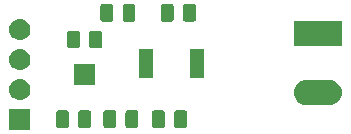
<source format=gbr>
G04 #@! TF.GenerationSoftware,KiCad,Pcbnew,5.1.2*
G04 #@! TF.CreationDate,2019-06-26T09:28:03-05:00*
G04 #@! TF.ProjectId,LN4890,4c4e3438-3930-42e6-9b69-6361645f7063,rev?*
G04 #@! TF.SameCoordinates,Original*
G04 #@! TF.FileFunction,Soldermask,Top*
G04 #@! TF.FilePolarity,Negative*
%FSLAX46Y46*%
G04 Gerber Fmt 4.6, Leading zero omitted, Abs format (unit mm)*
G04 Created by KiCad (PCBNEW 5.1.2) date 2019-06-26 09:28:03*
%MOMM*%
%LPD*%
G04 APERTURE LIST*
%ADD10C,0.100000*%
G04 APERTURE END LIST*
D10*
G36*
X131901000Y-90441000D02*
G01*
X130099000Y-90441000D01*
X130099000Y-88639000D01*
X131901000Y-88639000D01*
X131901000Y-90441000D01*
X131901000Y-90441000D01*
G37*
G36*
X144996968Y-88753565D02*
G01*
X145035638Y-88765296D01*
X145071277Y-88784346D01*
X145102517Y-88809983D01*
X145128154Y-88841223D01*
X145147204Y-88876862D01*
X145158935Y-88915532D01*
X145163500Y-88961888D01*
X145163500Y-90038112D01*
X145158935Y-90084468D01*
X145147204Y-90123138D01*
X145128154Y-90158777D01*
X145102517Y-90190017D01*
X145071277Y-90215654D01*
X145035638Y-90234704D01*
X144996968Y-90246435D01*
X144950612Y-90251000D01*
X144299388Y-90251000D01*
X144253032Y-90246435D01*
X144214362Y-90234704D01*
X144178723Y-90215654D01*
X144147483Y-90190017D01*
X144121846Y-90158777D01*
X144102796Y-90123138D01*
X144091065Y-90084468D01*
X144086500Y-90038112D01*
X144086500Y-88961888D01*
X144091065Y-88915532D01*
X144102796Y-88876862D01*
X144121846Y-88841223D01*
X144147483Y-88809983D01*
X144178723Y-88784346D01*
X144214362Y-88765296D01*
X144253032Y-88753565D01*
X144299388Y-88749000D01*
X144950612Y-88749000D01*
X144996968Y-88753565D01*
X144996968Y-88753565D01*
G37*
G36*
X143121968Y-88753565D02*
G01*
X143160638Y-88765296D01*
X143196277Y-88784346D01*
X143227517Y-88809983D01*
X143253154Y-88841223D01*
X143272204Y-88876862D01*
X143283935Y-88915532D01*
X143288500Y-88961888D01*
X143288500Y-90038112D01*
X143283935Y-90084468D01*
X143272204Y-90123138D01*
X143253154Y-90158777D01*
X143227517Y-90190017D01*
X143196277Y-90215654D01*
X143160638Y-90234704D01*
X143121968Y-90246435D01*
X143075612Y-90251000D01*
X142424388Y-90251000D01*
X142378032Y-90246435D01*
X142339362Y-90234704D01*
X142303723Y-90215654D01*
X142272483Y-90190017D01*
X142246846Y-90158777D01*
X142227796Y-90123138D01*
X142216065Y-90084468D01*
X142211500Y-90038112D01*
X142211500Y-88961888D01*
X142216065Y-88915532D01*
X142227796Y-88876862D01*
X142246846Y-88841223D01*
X142272483Y-88809983D01*
X142303723Y-88784346D01*
X142339362Y-88765296D01*
X142378032Y-88753565D01*
X142424388Y-88749000D01*
X143075612Y-88749000D01*
X143121968Y-88753565D01*
X143121968Y-88753565D01*
G37*
G36*
X138996968Y-88753565D02*
G01*
X139035638Y-88765296D01*
X139071277Y-88784346D01*
X139102517Y-88809983D01*
X139128154Y-88841223D01*
X139147204Y-88876862D01*
X139158935Y-88915532D01*
X139163500Y-88961888D01*
X139163500Y-90038112D01*
X139158935Y-90084468D01*
X139147204Y-90123138D01*
X139128154Y-90158777D01*
X139102517Y-90190017D01*
X139071277Y-90215654D01*
X139035638Y-90234704D01*
X138996968Y-90246435D01*
X138950612Y-90251000D01*
X138299388Y-90251000D01*
X138253032Y-90246435D01*
X138214362Y-90234704D01*
X138178723Y-90215654D01*
X138147483Y-90190017D01*
X138121846Y-90158777D01*
X138102796Y-90123138D01*
X138091065Y-90084468D01*
X138086500Y-90038112D01*
X138086500Y-88961888D01*
X138091065Y-88915532D01*
X138102796Y-88876862D01*
X138121846Y-88841223D01*
X138147483Y-88809983D01*
X138178723Y-88784346D01*
X138214362Y-88765296D01*
X138253032Y-88753565D01*
X138299388Y-88749000D01*
X138950612Y-88749000D01*
X138996968Y-88753565D01*
X138996968Y-88753565D01*
G37*
G36*
X140871968Y-88753565D02*
G01*
X140910638Y-88765296D01*
X140946277Y-88784346D01*
X140977517Y-88809983D01*
X141003154Y-88841223D01*
X141022204Y-88876862D01*
X141033935Y-88915532D01*
X141038500Y-88961888D01*
X141038500Y-90038112D01*
X141033935Y-90084468D01*
X141022204Y-90123138D01*
X141003154Y-90158777D01*
X140977517Y-90190017D01*
X140946277Y-90215654D01*
X140910638Y-90234704D01*
X140871968Y-90246435D01*
X140825612Y-90251000D01*
X140174388Y-90251000D01*
X140128032Y-90246435D01*
X140089362Y-90234704D01*
X140053723Y-90215654D01*
X140022483Y-90190017D01*
X139996846Y-90158777D01*
X139977796Y-90123138D01*
X139966065Y-90084468D01*
X139961500Y-90038112D01*
X139961500Y-88961888D01*
X139966065Y-88915532D01*
X139977796Y-88876862D01*
X139996846Y-88841223D01*
X140022483Y-88809983D01*
X140053723Y-88784346D01*
X140089362Y-88765296D01*
X140128032Y-88753565D01*
X140174388Y-88749000D01*
X140825612Y-88749000D01*
X140871968Y-88753565D01*
X140871968Y-88753565D01*
G37*
G36*
X134996968Y-88753565D02*
G01*
X135035638Y-88765296D01*
X135071277Y-88784346D01*
X135102517Y-88809983D01*
X135128154Y-88841223D01*
X135147204Y-88876862D01*
X135158935Y-88915532D01*
X135163500Y-88961888D01*
X135163500Y-90038112D01*
X135158935Y-90084468D01*
X135147204Y-90123138D01*
X135128154Y-90158777D01*
X135102517Y-90190017D01*
X135071277Y-90215654D01*
X135035638Y-90234704D01*
X134996968Y-90246435D01*
X134950612Y-90251000D01*
X134299388Y-90251000D01*
X134253032Y-90246435D01*
X134214362Y-90234704D01*
X134178723Y-90215654D01*
X134147483Y-90190017D01*
X134121846Y-90158777D01*
X134102796Y-90123138D01*
X134091065Y-90084468D01*
X134086500Y-90038112D01*
X134086500Y-88961888D01*
X134091065Y-88915532D01*
X134102796Y-88876862D01*
X134121846Y-88841223D01*
X134147483Y-88809983D01*
X134178723Y-88784346D01*
X134214362Y-88765296D01*
X134253032Y-88753565D01*
X134299388Y-88749000D01*
X134950612Y-88749000D01*
X134996968Y-88753565D01*
X134996968Y-88753565D01*
G37*
G36*
X136871968Y-88753565D02*
G01*
X136910638Y-88765296D01*
X136946277Y-88784346D01*
X136977517Y-88809983D01*
X137003154Y-88841223D01*
X137022204Y-88876862D01*
X137033935Y-88915532D01*
X137038500Y-88961888D01*
X137038500Y-90038112D01*
X137033935Y-90084468D01*
X137022204Y-90123138D01*
X137003154Y-90158777D01*
X136977517Y-90190017D01*
X136946277Y-90215654D01*
X136910638Y-90234704D01*
X136871968Y-90246435D01*
X136825612Y-90251000D01*
X136174388Y-90251000D01*
X136128032Y-90246435D01*
X136089362Y-90234704D01*
X136053723Y-90215654D01*
X136022483Y-90190017D01*
X135996846Y-90158777D01*
X135977796Y-90123138D01*
X135966065Y-90084468D01*
X135961500Y-90038112D01*
X135961500Y-88961888D01*
X135966065Y-88915532D01*
X135977796Y-88876862D01*
X135996846Y-88841223D01*
X136022483Y-88809983D01*
X136053723Y-88784346D01*
X136089362Y-88765296D01*
X136128032Y-88753565D01*
X136174388Y-88749000D01*
X136825612Y-88749000D01*
X136871968Y-88753565D01*
X136871968Y-88753565D01*
G37*
G36*
X157342112Y-86214021D02*
G01*
X157444072Y-86224063D01*
X157640301Y-86283589D01*
X157640303Y-86283590D01*
X157821145Y-86380252D01*
X157979660Y-86510340D01*
X158109748Y-86668855D01*
X158206410Y-86849697D01*
X158206411Y-86849699D01*
X158265937Y-87045928D01*
X158286036Y-87250000D01*
X158265937Y-87454072D01*
X158209479Y-87640186D01*
X158206410Y-87650303D01*
X158109748Y-87831145D01*
X157979660Y-87989660D01*
X157821145Y-88119748D01*
X157640303Y-88216410D01*
X157640301Y-88216411D01*
X157444072Y-88275937D01*
X157342112Y-88285979D01*
X157291133Y-88291000D01*
X155208867Y-88291000D01*
X155157888Y-88285979D01*
X155055928Y-88275937D01*
X154859699Y-88216411D01*
X154859697Y-88216410D01*
X154678855Y-88119748D01*
X154520340Y-87989660D01*
X154390252Y-87831145D01*
X154293590Y-87650303D01*
X154290521Y-87640186D01*
X154234063Y-87454072D01*
X154213964Y-87250000D01*
X154234063Y-87045928D01*
X154293589Y-86849699D01*
X154293590Y-86849697D01*
X154390252Y-86668855D01*
X154520340Y-86510340D01*
X154678855Y-86380252D01*
X154859697Y-86283590D01*
X154859699Y-86283589D01*
X155055928Y-86224063D01*
X155157888Y-86214021D01*
X155208867Y-86209000D01*
X157291133Y-86209000D01*
X157342112Y-86214021D01*
X157342112Y-86214021D01*
G37*
G36*
X131110442Y-86105518D02*
G01*
X131176627Y-86112037D01*
X131346466Y-86163557D01*
X131502991Y-86247222D01*
X131538729Y-86276552D01*
X131640186Y-86359814D01*
X131723448Y-86461271D01*
X131752778Y-86497009D01*
X131836443Y-86653534D01*
X131887963Y-86823373D01*
X131905359Y-87000000D01*
X131887963Y-87176627D01*
X131836443Y-87346466D01*
X131752778Y-87502991D01*
X131723448Y-87538729D01*
X131640186Y-87640186D01*
X131538729Y-87723448D01*
X131502991Y-87752778D01*
X131346466Y-87836443D01*
X131176627Y-87887963D01*
X131110443Y-87894481D01*
X131044260Y-87901000D01*
X130955740Y-87901000D01*
X130889557Y-87894481D01*
X130823373Y-87887963D01*
X130653534Y-87836443D01*
X130497009Y-87752778D01*
X130461271Y-87723448D01*
X130359814Y-87640186D01*
X130276552Y-87538729D01*
X130247222Y-87502991D01*
X130163557Y-87346466D01*
X130112037Y-87176627D01*
X130094641Y-87000000D01*
X130112037Y-86823373D01*
X130163557Y-86653534D01*
X130247222Y-86497009D01*
X130276552Y-86461271D01*
X130359814Y-86359814D01*
X130461271Y-86276552D01*
X130497009Y-86247222D01*
X130653534Y-86163557D01*
X130823373Y-86112037D01*
X130889558Y-86105518D01*
X130955740Y-86099000D01*
X131044260Y-86099000D01*
X131110442Y-86105518D01*
X131110442Y-86105518D01*
G37*
G36*
X137401000Y-86651000D02*
G01*
X135599000Y-86651000D01*
X135599000Y-84849000D01*
X137401000Y-84849000D01*
X137401000Y-86651000D01*
X137401000Y-86651000D01*
G37*
G36*
X146616001Y-86051001D02*
G01*
X145414001Y-86051001D01*
X145414001Y-83599001D01*
X146616001Y-83599001D01*
X146616001Y-86051001D01*
X146616001Y-86051001D01*
G37*
G36*
X142316001Y-86051001D02*
G01*
X141114001Y-86051001D01*
X141114001Y-83599001D01*
X142316001Y-83599001D01*
X142316001Y-86051001D01*
X142316001Y-86051001D01*
G37*
G36*
X131110442Y-83565518D02*
G01*
X131176627Y-83572037D01*
X131346466Y-83623557D01*
X131502991Y-83707222D01*
X131538729Y-83736552D01*
X131640186Y-83819814D01*
X131723448Y-83921271D01*
X131752778Y-83957009D01*
X131836443Y-84113534D01*
X131887963Y-84283373D01*
X131905359Y-84460000D01*
X131887963Y-84636627D01*
X131836443Y-84806466D01*
X131752778Y-84962991D01*
X131723448Y-84998729D01*
X131640186Y-85100186D01*
X131538729Y-85183448D01*
X131502991Y-85212778D01*
X131346466Y-85296443D01*
X131176627Y-85347963D01*
X131110442Y-85354482D01*
X131044260Y-85361000D01*
X130955740Y-85361000D01*
X130889558Y-85354482D01*
X130823373Y-85347963D01*
X130653534Y-85296443D01*
X130497009Y-85212778D01*
X130461271Y-85183448D01*
X130359814Y-85100186D01*
X130276552Y-84998729D01*
X130247222Y-84962991D01*
X130163557Y-84806466D01*
X130112037Y-84636627D01*
X130094641Y-84460000D01*
X130112037Y-84283373D01*
X130163557Y-84113534D01*
X130247222Y-83957009D01*
X130276552Y-83921271D01*
X130359814Y-83819814D01*
X130461271Y-83736552D01*
X130497009Y-83707222D01*
X130653534Y-83623557D01*
X130823373Y-83572037D01*
X130889558Y-83565518D01*
X130955740Y-83559000D01*
X131044260Y-83559000D01*
X131110442Y-83565518D01*
X131110442Y-83565518D01*
G37*
G36*
X135934468Y-82003565D02*
G01*
X135973138Y-82015296D01*
X136008777Y-82034346D01*
X136040017Y-82059983D01*
X136065654Y-82091223D01*
X136084704Y-82126862D01*
X136096435Y-82165532D01*
X136101000Y-82211888D01*
X136101000Y-83288112D01*
X136096435Y-83334468D01*
X136084704Y-83373138D01*
X136065654Y-83408777D01*
X136040017Y-83440017D01*
X136008777Y-83465654D01*
X135973138Y-83484704D01*
X135934468Y-83496435D01*
X135888112Y-83501000D01*
X135236888Y-83501000D01*
X135190532Y-83496435D01*
X135151862Y-83484704D01*
X135116223Y-83465654D01*
X135084983Y-83440017D01*
X135059346Y-83408777D01*
X135040296Y-83373138D01*
X135028565Y-83334468D01*
X135024000Y-83288112D01*
X135024000Y-82211888D01*
X135028565Y-82165532D01*
X135040296Y-82126862D01*
X135059346Y-82091223D01*
X135084983Y-82059983D01*
X135116223Y-82034346D01*
X135151862Y-82015296D01*
X135190532Y-82003565D01*
X135236888Y-81999000D01*
X135888112Y-81999000D01*
X135934468Y-82003565D01*
X135934468Y-82003565D01*
G37*
G36*
X137809468Y-82003565D02*
G01*
X137848138Y-82015296D01*
X137883777Y-82034346D01*
X137915017Y-82059983D01*
X137940654Y-82091223D01*
X137959704Y-82126862D01*
X137971435Y-82165532D01*
X137976000Y-82211888D01*
X137976000Y-83288112D01*
X137971435Y-83334468D01*
X137959704Y-83373138D01*
X137940654Y-83408777D01*
X137915017Y-83440017D01*
X137883777Y-83465654D01*
X137848138Y-83484704D01*
X137809468Y-83496435D01*
X137763112Y-83501000D01*
X137111888Y-83501000D01*
X137065532Y-83496435D01*
X137026862Y-83484704D01*
X136991223Y-83465654D01*
X136959983Y-83440017D01*
X136934346Y-83408777D01*
X136915296Y-83373138D01*
X136903565Y-83334468D01*
X136899000Y-83288112D01*
X136899000Y-82211888D01*
X136903565Y-82165532D01*
X136915296Y-82126862D01*
X136934346Y-82091223D01*
X136959983Y-82059983D01*
X136991223Y-82034346D01*
X137026862Y-82015296D01*
X137065532Y-82003565D01*
X137111888Y-81999000D01*
X137763112Y-81999000D01*
X137809468Y-82003565D01*
X137809468Y-82003565D01*
G37*
G36*
X158281000Y-83291000D02*
G01*
X154219000Y-83291000D01*
X154219000Y-81209000D01*
X158281000Y-81209000D01*
X158281000Y-83291000D01*
X158281000Y-83291000D01*
G37*
G36*
X131110443Y-81025519D02*
G01*
X131176627Y-81032037D01*
X131346466Y-81083557D01*
X131502991Y-81167222D01*
X131538729Y-81196552D01*
X131640186Y-81279814D01*
X131723448Y-81381271D01*
X131752778Y-81417009D01*
X131836443Y-81573534D01*
X131887963Y-81743373D01*
X131905359Y-81920000D01*
X131887963Y-82096627D01*
X131836443Y-82266466D01*
X131752778Y-82422991D01*
X131723448Y-82458729D01*
X131640186Y-82560186D01*
X131538729Y-82643448D01*
X131502991Y-82672778D01*
X131346466Y-82756443D01*
X131176627Y-82807963D01*
X131110443Y-82814481D01*
X131044260Y-82821000D01*
X130955740Y-82821000D01*
X130889557Y-82814481D01*
X130823373Y-82807963D01*
X130653534Y-82756443D01*
X130497009Y-82672778D01*
X130461271Y-82643448D01*
X130359814Y-82560186D01*
X130276552Y-82458729D01*
X130247222Y-82422991D01*
X130163557Y-82266466D01*
X130112037Y-82096627D01*
X130094641Y-81920000D01*
X130112037Y-81743373D01*
X130163557Y-81573534D01*
X130247222Y-81417009D01*
X130276552Y-81381271D01*
X130359814Y-81279814D01*
X130461271Y-81196552D01*
X130497009Y-81167222D01*
X130653534Y-81083557D01*
X130823373Y-81032037D01*
X130889557Y-81025519D01*
X130955740Y-81019000D01*
X131044260Y-81019000D01*
X131110443Y-81025519D01*
X131110443Y-81025519D01*
G37*
G36*
X140621968Y-79753565D02*
G01*
X140660638Y-79765296D01*
X140696277Y-79784346D01*
X140727517Y-79809983D01*
X140753154Y-79841223D01*
X140772204Y-79876862D01*
X140783935Y-79915532D01*
X140788500Y-79961888D01*
X140788500Y-81038112D01*
X140783935Y-81084468D01*
X140772204Y-81123138D01*
X140753154Y-81158777D01*
X140727517Y-81190017D01*
X140696277Y-81215654D01*
X140660638Y-81234704D01*
X140621968Y-81246435D01*
X140575612Y-81251000D01*
X139924388Y-81251000D01*
X139878032Y-81246435D01*
X139839362Y-81234704D01*
X139803723Y-81215654D01*
X139772483Y-81190017D01*
X139746846Y-81158777D01*
X139727796Y-81123138D01*
X139716065Y-81084468D01*
X139711500Y-81038112D01*
X139711500Y-79961888D01*
X139716065Y-79915532D01*
X139727796Y-79876862D01*
X139746846Y-79841223D01*
X139772483Y-79809983D01*
X139803723Y-79784346D01*
X139839362Y-79765296D01*
X139878032Y-79753565D01*
X139924388Y-79749000D01*
X140575612Y-79749000D01*
X140621968Y-79753565D01*
X140621968Y-79753565D01*
G37*
G36*
X138746968Y-79753565D02*
G01*
X138785638Y-79765296D01*
X138821277Y-79784346D01*
X138852517Y-79809983D01*
X138878154Y-79841223D01*
X138897204Y-79876862D01*
X138908935Y-79915532D01*
X138913500Y-79961888D01*
X138913500Y-81038112D01*
X138908935Y-81084468D01*
X138897204Y-81123138D01*
X138878154Y-81158777D01*
X138852517Y-81190017D01*
X138821277Y-81215654D01*
X138785638Y-81234704D01*
X138746968Y-81246435D01*
X138700612Y-81251000D01*
X138049388Y-81251000D01*
X138003032Y-81246435D01*
X137964362Y-81234704D01*
X137928723Y-81215654D01*
X137897483Y-81190017D01*
X137871846Y-81158777D01*
X137852796Y-81123138D01*
X137841065Y-81084468D01*
X137836500Y-81038112D01*
X137836500Y-79961888D01*
X137841065Y-79915532D01*
X137852796Y-79876862D01*
X137871846Y-79841223D01*
X137897483Y-79809983D01*
X137928723Y-79784346D01*
X137964362Y-79765296D01*
X138003032Y-79753565D01*
X138049388Y-79749000D01*
X138700612Y-79749000D01*
X138746968Y-79753565D01*
X138746968Y-79753565D01*
G37*
G36*
X145746968Y-79753565D02*
G01*
X145785638Y-79765296D01*
X145821277Y-79784346D01*
X145852517Y-79809983D01*
X145878154Y-79841223D01*
X145897204Y-79876862D01*
X145908935Y-79915532D01*
X145913500Y-79961888D01*
X145913500Y-81038112D01*
X145908935Y-81084468D01*
X145897204Y-81123138D01*
X145878154Y-81158777D01*
X145852517Y-81190017D01*
X145821277Y-81215654D01*
X145785638Y-81234704D01*
X145746968Y-81246435D01*
X145700612Y-81251000D01*
X145049388Y-81251000D01*
X145003032Y-81246435D01*
X144964362Y-81234704D01*
X144928723Y-81215654D01*
X144897483Y-81190017D01*
X144871846Y-81158777D01*
X144852796Y-81123138D01*
X144841065Y-81084468D01*
X144836500Y-81038112D01*
X144836500Y-79961888D01*
X144841065Y-79915532D01*
X144852796Y-79876862D01*
X144871846Y-79841223D01*
X144897483Y-79809983D01*
X144928723Y-79784346D01*
X144964362Y-79765296D01*
X145003032Y-79753565D01*
X145049388Y-79749000D01*
X145700612Y-79749000D01*
X145746968Y-79753565D01*
X145746968Y-79753565D01*
G37*
G36*
X143871968Y-79753565D02*
G01*
X143910638Y-79765296D01*
X143946277Y-79784346D01*
X143977517Y-79809983D01*
X144003154Y-79841223D01*
X144022204Y-79876862D01*
X144033935Y-79915532D01*
X144038500Y-79961888D01*
X144038500Y-81038112D01*
X144033935Y-81084468D01*
X144022204Y-81123138D01*
X144003154Y-81158777D01*
X143977517Y-81190017D01*
X143946277Y-81215654D01*
X143910638Y-81234704D01*
X143871968Y-81246435D01*
X143825612Y-81251000D01*
X143174388Y-81251000D01*
X143128032Y-81246435D01*
X143089362Y-81234704D01*
X143053723Y-81215654D01*
X143022483Y-81190017D01*
X142996846Y-81158777D01*
X142977796Y-81123138D01*
X142966065Y-81084468D01*
X142961500Y-81038112D01*
X142961500Y-79961888D01*
X142966065Y-79915532D01*
X142977796Y-79876862D01*
X142996846Y-79841223D01*
X143022483Y-79809983D01*
X143053723Y-79784346D01*
X143089362Y-79765296D01*
X143128032Y-79753565D01*
X143174388Y-79749000D01*
X143825612Y-79749000D01*
X143871968Y-79753565D01*
X143871968Y-79753565D01*
G37*
M02*

</source>
